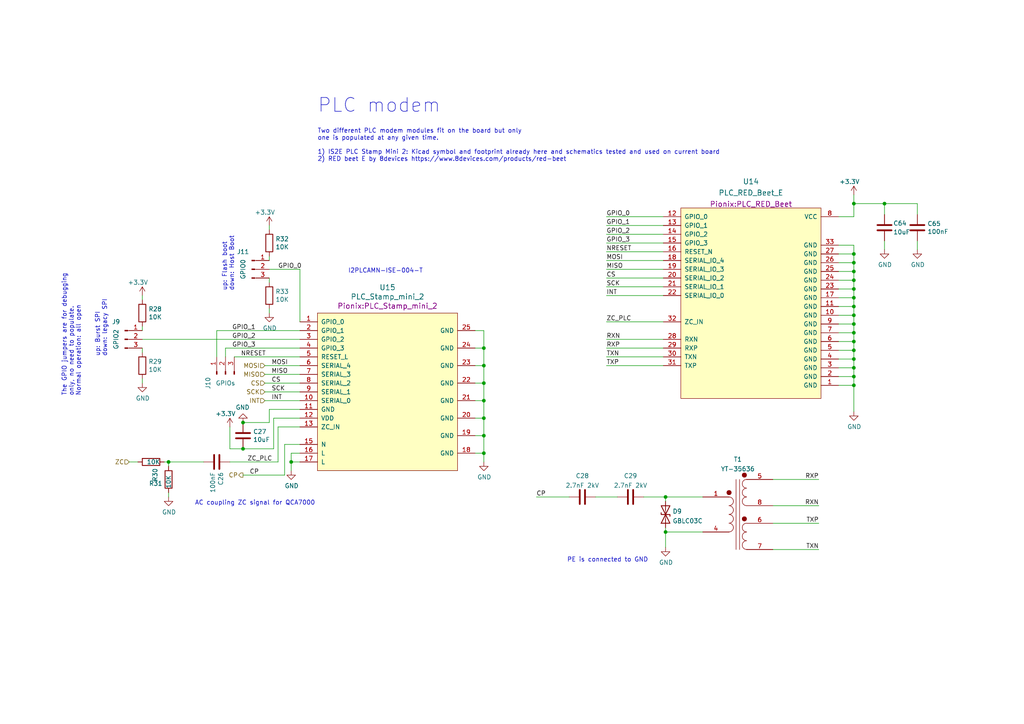
<source format=kicad_sch>
(kicad_sch (version 20211123) (generator eeschema)
  (paper "A4")
  (title_block (title "Yak") (date "2022-02-01") (rev "2") (company "Pionix GmbH") (comment 1 "Cornelius Claussen"))
  (lib_symbols
    (symbol "Connector:Conn_01x03_Male" (pin_names (offset 1.016) hide)
      (property "Reference" "J" (at 0 5.08 0))
      (property "Value" "Conn_01x03_Male" (at 0 -5.08 0))
      (symbol "Conn_01x03_Male_1_1"
        (polyline (pts (xy 1.27 -2.54) (xy 0.8636 -2.54)) (stroke (width 0.1524)))
        (polyline (pts (xy 1.27 0) (xy 0.8636 0)) (stroke (width 0.1524)))
        (polyline (pts (xy 1.27 2.54) (xy 0.8636 2.54)) (stroke (width 0.1524)))
        (rectangle (start 0.8636 -2.413) (end 0 -2.667) (stroke (width 0.1524)) (fill (type outline)))
        (rectangle (start 0.8636 0.127) (end 0 -0.127) (stroke (width 0.1524)) (fill (type outline)))
        (rectangle (start 0.8636 2.667) (end 0 2.413) (stroke (width 0.1524)) (fill (type outline)))
        (pin passive line (at 5.08 2.54 180) (length 3.81) (name "Pin_1") (number "1"))
        (pin passive line (at 5.08 0 180) (length 3.81) (name "Pin_2") (number "2"))
        (pin passive line (at 5.08 -2.54 180) (length 3.81) (name "Pin_3") (number "3"))
      )
    )
    (symbol "Device:C" (pin_numbers hide) (pin_names (offset 0.254))
      (property "Reference" "C" (at 0.635 2.54 0))
      (property "Value" "C" (at 0.635 -2.54 0))
      (symbol "C_0_1"
        (polyline (pts (xy -2.032 -0.762) (xy 2.032 -0.762)) (stroke (width 0.508)))
        (polyline (pts (xy -2.032 0.762) (xy 2.032 0.762)) (stroke (width 0.508)))
      )
      (symbol "C_1_1"
        (pin passive line (at 0 3.81 270) (length 2.794) (name "~") (number "1"))
        (pin passive line (at 0 -3.81 90) (length 2.794) (name "~") (number "2"))
      )
    )
    (symbol "Device:D_TVS" (pin_numbers hide) (pin_names (offset 1.016) hide)
      (property "Reference" "D" (at 0 2.54 0))
      (property "Value" "D_TVS" (at 0 -2.54 0))
      (symbol "D_TVS_0_1"
        (polyline (pts (xy 1.27 0) (xy -1.27 0)))
        (polyline (pts (xy 0.508 1.27) (xy 0 1.27) (xy 0 -1.27) (xy -0.508 -1.27)) (stroke (width 0.254)))
        (polyline (pts (xy -2.54 1.27) (xy -2.54 -1.27) (xy 2.54 1.27) (xy 2.54 -1.27) (xy -2.54 1.27)) (stroke (width 0.254)))
      )
      (symbol "D_TVS_1_1"
        (pin passive line (at -3.81 0 0) (length 2.54) (name "A1") (number "1"))
        (pin passive line (at 3.81 0 180) (length 2.54) (name "A2") (number "2"))
      )
    )
    (symbol "Device:R" (pin_numbers hide) (pin_names (offset 0))
      (property "Reference" "R" (at 2.032 0 90))
      (property "Value" "R" (at 0 0 90))
      (symbol "R_0_1"
        (rectangle (start -1.016 -2.54) (end 1.016 2.54) (stroke (width 0.254)))
      )
      (symbol "R_1_1"
        (pin passive line (at 0 3.81 270) (length 1.27) (name "~") (number "1"))
        (pin passive line (at 0 -3.81 90) (length 1.27) (name "~") (number "2"))
      )
    )
    (symbol "Pionix:PLC_RED_Beet_E" (pin_names (offset 1.016))
      (property "Reference" "U?" (at -17.78 24.765 0))
      (property "Value" "PLC_RED_Beet_E" (at 10.795 24.765 0))
      (property "Footprint" "Pionix:PLC_RED_Beet" (at 0 24.9174 0))
      (symbol "PLC_RED_Beet_E_0_1"
        (rectangle (start -20.32 22.86) (end 20.32 -32.385) (fill (type background)))
      )
      (symbol "PLC_RED_Beet_E_1_1"
        (pin power_in line (at 25.4 -28.575 180) (length 5.08) (name "GND") (number "1"))
        (pin power_in line (at 25.4 -8.255 180) (length 5.08) (name "GND") (number "10"))
        (pin power_in line (at 25.4 -5.715 180) (length 5.08) (name "GND") (number "11"))
        (pin bidirectional line (at -25.4 20.32 0) (length 5.08) (name "GPIO_0") (number "12"))
        (pin bidirectional line (at -25.4 17.78 0) (length 5.08) (name "GPIO_1") (number "13"))
        (pin bidirectional line (at -25.4 15.24 0) (length 5.08) (name "GPIO_2") (number "14"))
        (pin bidirectional line (at -25.4 12.7 0) (length 5.08) (name "GPIO_3") (number "15"))
        (pin input line (at -25.4 10.16 0) (length 5.08) (name "RESET_N") (number "16"))
        (pin power_in line (at 25.4 -3.175 180) (length 5.08) (name "GND") (number "17"))
        (pin bidirectional line (at -25.4 7.62 0) (length 5.08) (name "SERIAL_IO_4") (number "18"))
        (pin bidirectional line (at -25.4 5.08 0) (length 5.08) (name "SERIAL_IO_3") (number "19"))
        (pin power_in line (at 25.4 -26.035 180) (length 5.08) (name "GND") (number "2"))
        (pin bidirectional line (at -25.4 2.54 0) (length 5.08) (name "SERIAL_IO_2") (number "20"))
        (pin bidirectional line (at -25.4 0 0) (length 5.08) (name "SERIAL_IO_1") (number "21"))
        (pin bidirectional line (at -25.4 -2.54 0) (length 5.08) (name "SERIAL_IO_0") (number "22"))
        (pin power_in line (at 25.4 -0.635 180) (length 5.08) (name "GND") (number "23"))
        (pin power_in line (at 25.4 1.905 180) (length 5.08) (name "GND") (number "24"))
        (pin power_in line (at 25.4 4.445 180) (length 5.08) (name "GND") (number "25"))
        (pin power_in line (at 25.4 6.985 180) (length 5.08) (name "GND") (number "26"))
        (pin power_in line (at 25.4 9.525 180) (length 5.08) (name "GND") (number "27"))
        (pin input line (at -25.4 -15.24 0) (length 5.08) (name "RXN") (number "28"))
        (pin input line (at -25.4 -17.78 0) (length 5.08) (name "RXP") (number "29"))
        (pin power_in line (at 25.4 -23.495 180) (length 5.08) (name "GND") (number "3"))
        (pin input line (at -25.4 -20.32 0) (length 5.08) (name "TXN") (number "30"))
        (pin input line (at -25.4 -22.86 0) (length 5.08) (name "TXP") (number "31"))
        (pin input line (at -25.4 -10.16 0) (length 5.08) (name "ZC_IN") (number "32"))
        (pin power_in line (at 25.4 12.065 180) (length 5.08) (name "GND") (number "33"))
        (pin power_in line (at 25.4 -20.955 180) (length 5.08) (name "GND") (number "4"))
        (pin power_in line (at 25.4 -18.415 180) (length 5.08) (name "GND") (number "5"))
        (pin power_in line (at 25.4 -15.875 180) (length 5.08) (name "GND") (number "6"))
        (pin power_in line (at 25.4 -13.335 180) (length 5.08) (name "GND") (number "7"))
        (pin power_in line (at 25.4 20.32 180) (length 5.08) (name "VCC") (number "8"))
        (pin power_in line (at 25.4 -10.795 180) (length 5.08) (name "GND") (number "9"))
      )
    )
    (symbol "Pionix:YT-35636" (pin_names (offset 1.016) hide)
      (property "Reference" "T" (at 0 12.7 0))
      (property "Value" "YT-35636" (at 0 -12.7 0))
      (symbol "YT-35636_0_1"
        (arc (start -2.54 -5.0546) (mid -1.6561 -4.6863) (end -1.27 -3.81))
        (arc (start -2.54 -2.5146) (mid -1.6561 -2.1463) (end -1.27 -1.27))
        (arc (start -2.54 0.0254) (mid -1.6561 0.3937) (end -1.27 1.27))
        (arc (start -2.54 2.5654) (mid -1.6561 2.9337) (end -1.27 3.81))
        (circle (center -2.54 6.35) (radius 0.635) (stroke (width 0.1524)) (fill (type outline)))
        (arc (start -1.27 -3.81) (mid -1.642 -2.912) (end -2.54 -2.54))
        (arc (start -1.27 -1.27) (mid -1.642 -0.372) (end -2.54 0))
        (arc (start -1.27 1.27) (mid -1.642 2.168) (end -2.54 2.54))
        (arc (start -1.27 3.81) (mid -1.642 4.708) (end -2.54 5.08))
        (polyline (pts (xy -0.508 -10.16) (xy -0.508 10.16)))
        (polyline (pts (xy 0.508 10.16) (xy 0.508 -10.16)))
        (arc (start 1.2954 -8.89) (mid 1.6599 -9.7701) (end 2.54 -10.1346))
        (arc (start 1.2954 -6.35) (mid 1.6599 -7.2301) (end 2.54 -7.5946))
        (arc (start 1.2954 -3.81) (mid 1.6599 -4.6901) (end 2.54 -5.0546))
        (arc (start 1.2954 3.81) (mid 1.6599 2.9299) (end 2.54 2.5654))
        (arc (start 1.2954 6.35) (mid 1.6599 5.4699) (end 2.54 5.1054))
        (arc (start 1.2954 8.89) (mid 1.6599 8.0099) (end 2.54 7.6454))
        (circle (center 1.905 -1.27) (radius 0.635) (stroke (width 0.1524)) (fill (type outline)))
        (circle (center 1.905 11.43) (radius 0.635) (stroke (width 0.1524)) (fill (type outline)))
        (arc (start 2.54 -7.62) (mid 1.6456 -7.9883) (end 1.2954 -8.89))
        (arc (start 2.54 -5.08) (mid 1.6456 -5.4483) (end 1.2954 -6.35))
        (arc (start 2.54 -2.54) (mid 1.6456 -2.9083) (end 1.2954 -3.81))
        (arc (start 2.54 5.08) (mid 1.6456 4.7117) (end 1.2954 3.81))
        (arc (start 2.54 7.62) (mid 1.6456 7.2517) (end 1.2954 6.35))
        (arc (start 2.54 10.16) (mid 1.6456 9.7917) (end 1.2954 8.89))
      )
      (symbol "YT-35636_1_1"
        (pin passive line (at -10.16 5.08 0) (length 7.62) (name "AA") (number "1"))
        (pin passive line (at -10.16 -5.08 0) (length 7.62) (name "AB") (number "4"))
        (pin passive line (at 10.16 10.16 180) (length 7.62) (name "SA") (number "5"))
        (pin passive line (at 10.16 -2.54 180) (length 7.62) (name "SC") (number "6"))
        (pin passive line (at 10.16 -10.16 180) (length 7.62) (name "SD") (number "7"))
        (pin passive line (at 10.16 2.54 180) (length 7.62) (name "SB") (number "8"))
      )
    )
    (symbol "ev-devboard:PLC_Stamp_mini_2" (pin_names (offset 1.016))
      (property "Reference" "U" (at 0 25.4 0))
      (property "Value" "PLC_Stamp_mini_2" (at 0 -25.4 0))
      (property "Footprint" "ev-devboard:PLC_Stamp_mini_2" (at -0.635 -30.48 0))
      (property "MPN" "I2PLCAMN-ISE-004-T " (at 0.635 -27.94 0))
      (symbol "PLC_Stamp_mini_2_0_1"
        (rectangle (start -20.32 22.86) (end 20.32 -22.86) (fill (type background)))
      )
      (symbol "PLC_Stamp_mini_2_1_1"
        (pin bidirectional line (at -25.4 20.32 0) (length 5.08) (name "GPIO_0") (number "1"))
        (pin bidirectional line (at -25.4 -2.54 0) (length 5.08) (name "SERIAL_0") (number "10"))
        (pin power_in line (at -25.4 -5.08 0) (length 5.08) (name "GND") (number "11"))
        (pin power_in line (at -25.4 -7.62 0) (length 5.08) (name "VDD") (number "12"))
        (pin input line (at -25.4 -10.16 0) (length 5.08) (name "ZC_IN") (number "13"))
        (pin passive line (at -25.4 -15.24 0) (length 5.08) (name "N") (number "15"))
        (pin passive line (at -25.4 -17.78 0) (length 5.08) (name "L") (number "16"))
        (pin passive line (at -25.4 -20.32 0) (length 5.08) (name "L") (number "17"))
        (pin power_in line (at 25.4 -17.78 180) (length 5.08) (name "GND") (number "18"))
        (pin power_in line (at 25.4 -12.7 180) (length 5.08) (name "GND") (number "19"))
        (pin bidirectional line (at -25.4 17.78 0) (length 5.08) (name "GPIO_1") (number "2"))
        (pin power_in line (at 25.4 -7.62 180) (length 5.08) (name "GND") (number "20"))
        (pin power_in line (at 25.4 -2.54 180) (length 5.08) (name "GND") (number "21"))
        (pin power_in line (at 25.4 2.54 180) (length 5.08) (name "GND") (number "22"))
        (pin power_in line (at 25.4 7.62 180) (length 5.08) (name "GND") (number "23"))
        (pin power_in line (at 25.4 12.7 180) (length 5.08) (name "GND") (number "24"))
        (pin power_in line (at 25.4 17.78 180) (length 5.08) (name "GND") (number "25"))
        (pin bidirectional line (at -25.4 15.24 0) (length 5.08) (name "GPIO_2") (number "3"))
        (pin bidirectional line (at -25.4 12.7 0) (length 5.08) (name "GPIO_3") (number "4"))
        (pin input line (at -25.4 10.16 0) (length 5.08) (name "RESET_L") (number "5"))
        (pin bidirectional line (at -25.4 7.62 0) (length 5.08) (name "SERIAL_4") (number "6"))
        (pin bidirectional line (at -25.4 5.08 0) (length 5.08) (name "SERIAL_3") (number "7"))
        (pin bidirectional line (at -25.4 2.54 0) (length 5.08) (name "SERIAL_2") (number "8"))
        (pin bidirectional line (at -25.4 0 0) (length 5.08) (name "SERIAL_1") (number "9"))
      )
    )
    (symbol "power:+3.3V" (power) (pin_names (offset 0))
      (property "Value" "+3.3V" (at 0 3.556 0))
      (symbol "+3.3V_0_1"
        (polyline (pts (xy -0.762 1.27) (xy 0 2.54)))
        (polyline (pts (xy 0 0) (xy 0 2.54)))
        (polyline (pts (xy 0 2.54) (xy 0.762 1.27)))
      )
      (symbol "+3.3V_1_1"
        (pin power_in line (at 0 0 90) (length 0) hide (name "+3.3V") (number "1"))
      )
    )
    (symbol "power:GND" (power) (pin_names (offset 0))
      (property "Value" "GND" (at 0 -3.81 0))
      (symbol "GND_0_1"
        (polyline (pts (xy 0 0) (xy 0 -1.27) (xy 1.27 -1.27) (xy 0 -2.54) (xy -1.27 -1.27) (xy 0 -1.27)))
      )
      (symbol "GND_1_1"
        (pin power_in line (at 0 0 270) (length 0) hide (name "GND") (number "1"))
      )
    )
  )
  (junction (at 247.65 73.66))
  (junction (at 140.335 106.045))
  (junction (at 247.65 81.28))
  (junction (at 247.65 109.22))
  (junction (at 193.04 144.145))
  (junction (at 247.65 86.36))
  (junction (at 247.65 106.68))
  (junction (at 247.65 111.76))
  (junction (at 247.65 83.82))
  (junction (at 193.04 154.305))
  (junction (at 247.65 101.6))
  (junction (at 70.485 130.175))
  (junction (at 140.335 116.205))
  (junction (at 247.65 91.44))
  (junction (at 140.335 100.965))
  (junction (at 247.65 88.9))
  (junction (at 70.485 122.555))
  (junction (at 84.455 133.985))
  (junction (at 247.65 76.2))
  (junction (at 140.335 121.285))
  (junction (at 247.65 104.14))
  (junction (at 247.65 99.06))
  (junction (at 256.54 59.055))
  (junction (at 140.335 126.365))
  (junction (at 48.895 133.985))
  (junction (at 140.335 131.445))
  (junction (at 247.65 96.52))
  (junction (at 140.335 111.125))
  (junction (at 247.65 93.98))
  (junction (at 247.65 59.055))
  (junction (at 247.65 78.74))
  (wire (pts (xy 66.675 130.175) (xy 66.675 123.825)))
  (wire (pts (xy 243.205 76.2) (xy 247.65 76.2)))
  (wire (pts (xy 175.895 93.345) (xy 192.405 93.345)))
  (wire (pts (xy 41.275 94.615) (xy 41.275 95.885)))
  (wire (pts (xy 137.795 106.045) (xy 140.335 106.045)))
  (wire (pts (xy 175.895 73.025) (xy 192.405 73.025)))
  (wire (pts (xy 140.335 100.965) (xy 140.335 106.045)))
  (wire (pts (xy 175.895 100.965) (xy 192.405 100.965)))
  (wire (pts (xy 243.205 101.6) (xy 247.65 101.6)))
  (wire (pts (xy 243.205 106.68) (xy 247.65 106.68)))
  (wire (pts (xy 140.335 111.125) (xy 140.335 116.205)))
  (wire (pts (xy 175.895 67.945) (xy 192.405 67.945)))
  (wire (pts (xy 247.65 111.76) (xy 247.65 109.22)))
  (wire (pts (xy 247.65 119.38) (xy 247.65 111.76)))
  (wire (pts (xy 247.65 104.14) (xy 247.65 101.6)))
  (wire (pts (xy 247.65 101.6) (xy 247.65 99.06)))
  (wire (pts (xy 247.65 99.06) (xy 247.65 96.52)))
  (wire (pts (xy 247.65 96.52) (xy 247.65 93.98)))
  (wire (pts (xy 247.65 106.68) (xy 247.65 104.14)))
  (wire (pts (xy 247.65 109.22) (xy 247.65 106.68)))
  (wire (pts (xy 247.65 93.98) (xy 247.65 91.44)))
  (wire (pts (xy 247.65 91.44) (xy 247.65 88.9)))
  (wire (pts (xy 247.65 71.12) (xy 243.205 71.12)))
  (wire (pts (xy 247.65 73.66) (xy 247.65 71.12)))
  (wire (pts (xy 247.65 81.28) (xy 247.65 78.74)))
  (wire (pts (xy 247.65 83.82) (xy 247.65 81.28)))
  (wire (pts (xy 247.65 76.2) (xy 247.65 73.66)))
  (wire (pts (xy 247.65 78.74) (xy 247.65 76.2)))
  (wire (pts (xy 247.65 86.36) (xy 247.65 83.82)))
  (wire (pts (xy 247.65 88.9) (xy 247.65 86.36)))
  (wire (pts (xy 76.835 111.125) (xy 86.995 111.125)))
  (wire (pts (xy 243.205 78.74) (xy 247.65 78.74)))
  (wire (pts (xy 137.795 100.965) (xy 140.335 100.965)))
  (wire (pts (xy 76.835 116.205) (xy 86.995 116.205)))
  (wire (pts (xy 48.895 142.875) (xy 48.895 144.145)))
  (wire (pts (xy 175.895 62.865) (xy 192.405 62.865)))
  (wire (pts (xy 78.105 78.105) (xy 86.995 78.105)))
  (wire (pts (xy 48.895 133.985) (xy 48.895 135.255)))
  (wire (pts (xy 193.04 144.145) (xy 203.835 144.145)))
  (wire (pts (xy 193.04 145.415) (xy 193.04 144.145)))
  (wire (pts (xy 86.995 108.585) (xy 76.835 108.585)))
  (wire (pts (xy 70.485 130.175) (xy 66.675 130.175)))
  (wire (pts (xy 78.105 122.555) (xy 78.105 118.745)))
  (wire (pts (xy 41.275 111.125) (xy 41.275 109.855)))
  (wire (pts (xy 247.65 59.055) (xy 247.65 62.865)))
  (wire (pts (xy 247.65 62.865) (xy 243.205 62.865)))
  (wire (pts (xy 247.65 56.515) (xy 247.65 59.055)))
  (wire (pts (xy 243.205 88.9) (xy 247.65 88.9)))
  (wire (pts (xy 140.335 131.445) (xy 140.335 133.985)))
  (wire (pts (xy 78.105 74.295) (xy 78.105 75.565)))
  (wire (pts (xy 266.065 59.055) (xy 256.54 59.055)))
  (wire (pts (xy 266.065 62.23) (xy 266.065 59.055)))
  (wire (pts (xy 86.995 121.285) (xy 79.375 121.285)))
  (wire (pts (xy 79.375 121.285) (xy 79.375 130.175)))
  (wire (pts (xy 224.155 139.065) (xy 237.49 139.065)))
  (wire (pts (xy 224.155 146.685) (xy 237.49 146.685)))
  (wire (pts (xy 78.105 118.745) (xy 86.995 118.745)))
  (wire (pts (xy 86.995 113.665) (xy 76.835 113.665)))
  (wire (pts (xy 243.205 81.28) (xy 247.65 81.28)))
  (wire (pts (xy 175.895 65.405) (xy 192.405 65.405)))
  (wire (pts (xy 243.205 91.44) (xy 247.65 91.44)))
  (wire (pts (xy 155.575 144.145) (xy 165.1 144.145)))
  (wire (pts (xy 140.335 116.205) (xy 140.335 121.285)))
  (wire (pts (xy 137.795 131.445) (xy 140.335 131.445)))
  (wire (pts (xy 86.995 133.985) (xy 84.455 133.985)))
  (wire (pts (xy 243.205 99.06) (xy 247.65 99.06)))
  (wire (pts (xy 175.895 80.645) (xy 192.405 80.645)))
  (wire (pts (xy 86.995 103.505) (xy 67.945 103.505)))
  (wire (pts (xy 48.895 133.985) (xy 59.055 133.985)))
  (wire (pts (xy 243.205 109.22) (xy 247.65 109.22)))
  (wire (pts (xy 70.485 130.175) (xy 79.375 130.175)))
  (wire (pts (xy 193.04 154.305) (xy 193.04 158.75)))
  (wire (pts (xy 243.205 104.14) (xy 247.65 104.14)))
  (wire (pts (xy 137.795 95.885) (xy 140.335 95.885)))
  (wire (pts (xy 41.275 100.965) (xy 41.275 102.235)))
  (wire (pts (xy 140.335 95.885) (xy 140.335 100.965)))
  (wire (pts (xy 78.105 66.675) (xy 78.105 65.405)))
  (wire (pts (xy 86.995 123.825) (xy 80.645 123.825)))
  (wire (pts (xy 243.205 86.36) (xy 247.65 86.36)))
  (wire (pts (xy 65.405 100.965) (xy 65.405 103.505)))
  (wire (pts (xy 62.865 95.885) (xy 62.865 103.505)))
  (wire (pts (xy 137.795 111.125) (xy 140.335 111.125)))
  (wire (pts (xy 175.895 78.105) (xy 192.405 78.105)))
  (wire (pts (xy 76.835 106.045) (xy 86.995 106.045)))
  (wire (pts (xy 243.205 96.52) (xy 247.65 96.52)))
  (wire (pts (xy 243.205 83.82) (xy 247.65 83.82)))
  (wire (pts (xy 175.895 98.425) (xy 192.405 98.425)))
  (wire (pts (xy 86.995 100.965) (xy 65.405 100.965)))
  (wire (pts (xy 40.005 133.985) (xy 37.465 133.985)))
  (wire (pts (xy 203.835 154.305) (xy 193.04 154.305)))
  (wire (pts (xy 193.04 154.305) (xy 193.04 153.035)))
  (wire (pts (xy 224.155 159.385) (xy 237.49 159.385)))
  (wire (pts (xy 172.72 144.145) (xy 179.07 144.145)))
  (wire (pts (xy 266.065 69.85) (xy 266.065 72.39)))
  (wire (pts (xy 175.895 75.565) (xy 192.405 75.565)))
  (wire (pts (xy 78.105 90.805) (xy 78.105 89.535)))
  (wire (pts (xy 140.335 126.365) (xy 137.795 126.365)))
  (wire (pts (xy 78.105 80.645) (xy 78.105 81.915)))
  (wire (pts (xy 86.995 95.885) (xy 62.865 95.885)))
  (wire (pts (xy 80.645 133.985) (xy 66.675 133.985)))
  (wire (pts (xy 175.895 106.045) (xy 192.405 106.045)))
  (wire (pts (xy 70.485 122.555) (xy 78.105 122.555)))
  (wire (pts (xy 41.275 98.425) (xy 86.995 98.425)))
  (wire (pts (xy 140.335 121.285) (xy 140.335 126.365)))
  (wire (pts (xy 70.485 137.795) (xy 82.55 137.795)))
  (wire (pts (xy 82.55 128.905) (xy 82.55 137.795)))
  (wire (pts (xy 137.795 121.285) (xy 140.335 121.285)))
  (wire (pts (xy 47.625 133.985) (xy 48.895 133.985)))
  (wire (pts (xy 137.795 116.205) (xy 140.335 116.205)))
  (wire (pts (xy 86.995 78.105) (xy 86.995 93.345)))
  (wire (pts (xy 224.155 151.765) (xy 237.49 151.765)))
  (wire (pts (xy 243.205 73.66) (xy 247.65 73.66)))
  (wire (pts (xy 186.69 144.145) (xy 193.04 144.145)))
  (wire (pts (xy 243.205 93.98) (xy 247.65 93.98)))
  (wire (pts (xy 140.335 106.045) (xy 140.335 111.125)))
  (wire (pts (xy 140.335 126.365) (xy 140.335 131.445)))
  (wire (pts (xy 175.895 85.725) (xy 192.405 85.725)))
  (wire (pts (xy 256.54 69.85) (xy 256.54 72.39)))
  (wire (pts (xy 175.895 70.485) (xy 192.405 70.485)))
  (wire (pts (xy 84.455 133.985) (xy 84.455 136.525)))
  (wire (pts (xy 80.645 123.825) (xy 80.645 133.985)))
  (wire (pts (xy 256.54 59.055) (xy 247.65 59.055)))
  (wire (pts (xy 256.54 62.23) (xy 256.54 59.055)))
  (wire (pts (xy 175.895 83.185) (xy 192.405 83.185)))
  (wire (pts (xy 243.205 111.76) (xy 247.65 111.76)))
  (wire (pts (xy 86.995 131.445) (xy 84.455 131.445)))
  (wire (pts (xy 82.55 128.905) (xy 86.995 128.905)))
  (wire (pts (xy 84.455 131.445) (xy 84.455 133.985)))
  (wire (pts (xy 41.275 86.995) (xy 41.275 85.725)))
  (wire (pts (xy 175.895 103.505) (xy 192.405 103.505)))
  (text "The GPIO jumpers are for debugging \nonly, no need to populate.\nNormal operation: all open" (at 23.495 114.935 90) (effects (font (size 1.27 1.27)) (justify left bottom)))
  (text "PE is connected to GND" (at 164.465 163.195 0) (effects (font (size 1.27 1.27)) (justify left bottom)))
  (text "up: Flash boot\ndown: Host Boot\n" (at 67.945 84.455 90) (effects (font (size 1.27 1.27)) (justify left bottom)))
  (text "PLC modem" (at 92.075 33.02 0) (effects (font (size 4 4)) (justify left bottom)))
  (text "up: Burst SPI\ndown: legacy SPI\n" (at 31.115 103.505 90) (effects (font (size 1.27 1.27)) (justify left bottom)))
  (text "I2PLCAMN-ISE-004-T " (at 100.965 79.375 0) (effects (font (size 1.27 1.27)) (justify left bottom)))
  (text "AC coupling ZC signal for QCA7000" (at 56.515 146.685 0) (effects (font (size 1.27 1.27)) (justify left bottom)))
  (text "Two different PLC modem modules fit on the board but only \none is populated at any given time.\n\n1) IS2E PLC Stamp Mini 2: Kicad symbol and footprint already here and schematics tested and used on current board\n2) RED beet E by 8devices https://www.8devices.com/products/red-beet" (at 92.075 46.99 0) (effects (font (size 1.27 1.27)) (justify left bottom)))
  (label "CP" (at 72.39 137.795 0))
  (label "SCK" (at 175.895 83.185 0))
  (label "NRESET" (at 175.895 73.025 0))
  (label "ZC_PLC" (at 175.895 93.345 0))
  (label "TXN" (at 175.895 103.505 0))
  (label "RXP" (at 175.895 100.965 0))
  (label "RXN" (at 237.49 146.685 180))
  (label "GPIO_1" (at 175.895 65.405 0))
  (label "INT" (at 175.895 85.725 0))
  (label "GPIO_0" (at 80.645 78.105 0))
  (label "GPIO_1" (at 67.31 95.885 0))
  (label "MISO" (at 175.895 78.105 0))
  (label "TXP" (at 175.895 106.045 0))
  (label "MISO" (at 78.7095 108.585 0))
  (label "GPIO_2" (at 175.895 67.945 0))
  (label "RXN" (at 175.895 98.425 0))
  (label "GPIO_0" (at 175.895 62.865 0))
  (label "GPIO_3" (at 67.31 100.965 0))
  (label "CP" (at 155.575 144.145 0))
  (label "NRESET" (at 69.85 103.505 0))
  (label "TXP" (at 237.49 151.765 180))
  (label "TXN" (at 237.49 159.385 180))
  (label "CS" (at 78.74 111.125 0))
  (label "MOSI" (at 175.895 75.565 0))
  (label "RXP" (at 237.49 139.065 180))
  (label "GPIO_3" (at 175.895 70.485 0))
  (label "GPIO_2" (at 67.31 98.425 0))
  (label "CS" (at 175.895 80.645 0))
  (label "ZC_PLC" (at 71.755 133.985 0))
  (label "SCK" (at 78.74 113.665 0))
  (label "INT" (at 78.74 116.205 0))
  (label "MOSI" (at 78.74 106.045 0))
  (hierarchical_label "CP" (shape output) (at 70.485 137.795 180))
  (hierarchical_label "ZC" (shape input) (at 37.465 133.985 180))
  (hierarchical_label "CS" (shape input) (at 76.835 111.125 180))
  (hierarchical_label "MOSI" (shape input) (at 76.835 106.045 180))
  (hierarchical_label "MISO" (shape input) (at 76.835 108.585 180))
  (hierarchical_label "SCK" (shape input) (at 76.835 113.665 180))
  (hierarchical_label "INT" (shape input) (at 76.835 116.205 180))
  (symbol (lib_id "power:GND") (at 140.335 133.985 0) (unit 1)
    (property "Reference" "#PWR088" (effects hide))
    (property "Value" "GND" (at 140.462 138.3792 0))
  )
  (symbol (lib_id "power:GND") (at 84.455 136.525 0) (unit 1)
    (property "Reference" "#PWR087" (effects hide))
    (property "Value" "GND" (at 84.582 140.9192 0))
  )
  (symbol (lib_id "power:GND") (at 70.485 122.555 180) (unit 1)
    (property "Reference" "#PWR084" (effects hide))
    (property "Value" "GND" (at 70.358 118.1608 0))
  )
  (symbol (lib_id "power:+3.3V") (at 66.675 123.825 0) (unit 1)
    (property "Reference" "#PWR083" (effects hide))
    (property "Value" "+3.3V" (at 65.405 120.015 0))
  )
  (symbol (lib_id "Device:C") (at 70.485 126.365 0) (unit 1)
    (property "Reference" "C27" (at 73.406 125.1966 0) (effects (justify left)))
    (property "Value" "10uF" (at 73.406 127.508 0) (effects (justify left)))
    (property "Footprint" "Capacitor_SMD:C_0805_2012Metric" (effects hide))
    (property "Field4" "Digikey" (effects hide))
    (property "Field5" "587-3319-1-ND" (effects hide))
    (property "Field6" "EMK212BB7106MG-T" (effects hide))
    (property "Field7" "Taiyo Yuden" (effects hide))
    (property "STANDARD" "10uF 10% 16V Ceramic Capacitor X7R 0805 (2012 Metric)" (effects hide))
  )
  (symbol (lib_id "Connector:Conn_01x03_Male") (at 36.195 98.425 0) (unit 1)
    (property "Reference" "J9" (at 33.655 93.345 0))
    (property "Value" "GPIO2" (at 33.655 98.425 90))
    (property "Footprint" "Connector_PinHeader_1.27mm:PinHeader_1x03_P1.27mm_Vertical" (effects hide))
    (property "Field4" "Farnell" (effects hide))
    (property "Field5" "3226046" (effects hide))
    (property "Field6" "M50-3530342" (effects hide))
    (property "Field7" "Harwin" (effects hide))
    (property "Part Description" "Pin Header, Board-to-Board, 1.27 mm, 1 Rows, 3 Contacts, Through Hole, Archer M50-353" (effects hide))
  )
  (symbol (lib_id "Device:R") (at 78.105 70.485 180) (unit 1)
    (property "Reference" "R32" (at 79.883 69.3166 0) (effects (justify right)))
    (property "Value" "10K" (at 79.883 71.628 0) (effects (justify right)))
    (property "Footprint" "Resistor_SMD:R_0603_1608Metric" (effects hide))
    (property "Field4" "Farnell" (effects hide))
    (property "Field5" "3495224RL" (effects hide))
    (property "Field6" "AC0603FR-0710KL" (effects hide))
    (property "Field7" "Yageo" (effects hide))
    (property "STANDARD" "Resistor 10K 50V 0603 M1608 1% 100mW" (effects hide))
  )
  (symbol (lib_id "Device:R") (at 78.105 85.725 180) (unit 1)
    (property "Reference" "R33" (at 79.883 84.5566 0) (effects (justify right)))
    (property "Value" "10K" (at 79.883 86.868 0) (effects (justify right)))
    (property "Footprint" "Resistor_SMD:R_0603_1608Metric" (effects hide))
    (property "Field4" "Farnell" (effects hide))
    (property "Field5" "3495224RL" (effects hide))
    (property "Field6" "AC0603FR-0710KL" (effects hide))
    (property "Field7" "Yageo" (effects hide))
    (property "STANDARD" "Resistor 10K 50V 0603 M1608 1% 100mW" (effects hide))
  )
  (symbol (lib_id "power:+3.3V") (at 78.105 65.405 0) (unit 1)
    (property "Reference" "#PWR085" (effects hide))
    (property "Value" "+3.3V" (at 76.835 61.595 0))
  )
  (symbol (lib_id "power:GND") (at 78.105 90.805 0) (unit 1)
    (property "Reference" "#PWR086" (effects hide))
    (property "Value" "GND" (at 78.232 95.1992 0))
  )
  (symbol (lib_id "Connector:Conn_01x03_Male") (at 73.025 78.105 0) (unit 1)
    (property "Reference" "J11" (at 70.485 73.025 0))
    (property "Value" "GPIO0" (at 70.485 78.105 90))
    (property "Footprint" "Connector_PinHeader_1.27mm:PinHeader_1x03_P1.27mm_Vertical" (effects hide))
    (property "Field4" "Farnell" (effects hide))
    (property "Field5" "3226046" (effects hide))
    (property "Field6" "M50-3530342" (effects hide))
    (property "Field7" "Harwin" (effects hide))
    (property "Part Description" "Pin Header, Board-to-Board, 1.27 mm, 1 Rows, 3 Contacts, Through Hole, Archer M50-353" (effects hide))
  )
  (symbol (lib_id "Connector:Conn_01x03_Male") (at 65.405 108.585 90) (unit 1)
    (property "Reference" "J10" (at 60.325 111.125 0))
    (property "Value" "GPIOs" (at 65.405 111.125 90))
    (property "Footprint" "Connector_PinHeader_1.27mm:PinHeader_1x03_P1.27mm_Vertical" (effects hide))
    (property "Field4" "Farnell" (effects hide))
    (property "Field5" "3226046" (effects hide))
    (property "Field6" "M50-3530342" (effects hide))
    (property "Field7" "Harwin" (effects hide))
    (property "Part Description" "Pin Header, Board-to-Board, 1.27 mm, 1 Rows, 3 Contacts, Through Hole, Archer M50-353" (effects hide))
  )
  (symbol (lib_id "Device:R") (at 41.275 90.805 180) (unit 1)
    (property "Reference" "R28" (at 43.053 89.6366 0) (effects (justify right)))
    (property "Value" "10K" (at 43.053 91.948 0) (effects (justify right)))
    (property "Footprint" "Resistor_SMD:R_0603_1608Metric" (effects hide))
    (property "Field4" "Farnell" (effects hide))
    (property "Field5" "3495224RL" (effects hide))
    (property "Field6" "AC0603FR-0710KL" (effects hide))
    (property "Field7" "Yageo" (effects hide))
    (property "STANDARD" "Resistor 10K 50V 0603 M1608 1% 100mW" (effects hide))
  )
  (symbol (lib_id "Device:R") (at 41.275 106.045 180) (unit 1)
    (property "Reference" "R29" (at 43.053 104.8766 0) (effects (justify right)))
    (property "Value" "10K" (at 43.053 107.188 0) (effects (justify right)))
    (property "Footprint" "Resistor_SMD:R_0603_1608Metric" (effects hide))
    (property "Field4" "Farnell" (effects hide))
    (property "Field5" "3495224RL" (effects hide))
    (property "Field6" "AC0603FR-0710KL" (effects hide))
    (property "Field7" "Yageo" (effects hide))
    (property "STANDARD" "Resistor 10K 50V 0603 M1608 1% 100mW" (effects hide))
  )
  (symbol (lib_id "power:+3.3V") (at 41.275 85.725 0) (unit 1)
    (property "Reference" "#PWR080" (effects hide))
    (property "Value" "+3.3V" (at 40.005 81.915 0))
  )
  (symbol (lib_id "power:GND") (at 41.275 111.125 0) (unit 1)
    (property "Reference" "#PWR081" (effects hide))
    (property "Value" "GND" (at 41.402 115.5192 0))
  )
  (symbol (lib_id "ev-devboard:PLC_Stamp_mini_2") (at 112.395 113.665 0) (unit 1)
    (property "Reference" "U15" (at 112.395 83.3628 0) (effects (font (size 1.524 1.524))))
    (property "Value" "PLC_Stamp_mini_2" (at 112.395 86.0552 0) (effects (font (size 1.524 1.524))))
    (property "Footprint" "Pionix:PLC_Stamp_mini_2" (at 112.395 88.7476 0) (effects (font (size 1.524 1.524))))
    (property "Part Description" "PLC Module Option 1" (effects hide))
  )
  (symbol (lib_id "Device:R") (at 43.815 133.985 90) (unit 1)
    (property "Reference" "R30" (at 44.9834 135.763 0) (effects (justify right)))
    (property "Value" "10K" (at 42.545 133.985 90) (effects (justify right)))
    (property "Footprint" "Resistor_SMD:R_0603_1608Metric" (effects hide))
    (property "Field4" "Farnell" (effects hide))
    (property "Field5" "3495224RL" (effects hide))
    (property "Field6" "AC0603FR-0710KL" (effects hide))
    (property "Field7" "Yageo" (effects hide))
    (property "STANDARD" "Resistor 10K 50V 0603 M1608 1% 100mW" (effects hide))
  )
  (symbol (lib_id "Device:R") (at 48.895 139.065 0) (unit 1)
    (property "Reference" "R31" (at 47.117 140.2334 0) (effects (justify right)))
    (property "Value" "10K" (at 48.895 137.795 90) (effects (justify right)))
    (property "Footprint" "Resistor_SMD:R_0603_1608Metric" (effects hide))
    (property "Field4" "Farnell" (effects hide))
    (property "Field5" "3495224RL" (effects hide))
    (property "Field6" "AC0603FR-0710KL" (effects hide))
    (property "Field7" "Yageo" (effects hide))
    (property "STANDARD" "Resistor 10K 50V 0603 M1608 1% 100mW" (effects hide))
  )
  (symbol (lib_id "power:GND") (at 48.895 144.145 0) (unit 1)
    (property "Reference" "#PWR082" (effects hide))
    (property "Value" "GND" (at 49.022 148.5392 0))
  )
  (symbol (lib_id "Device:C") (at 62.865 133.985 270) (unit 1)
    (property "Reference" "C26" (at 64.0334 136.906 0) (effects (justify left)))
    (property "Value" "100nF" (at 61.722 136.906 0) (effects (justify left)))
    (property "Footprint" "Capacitor_SMD:C_0603_1608Metric" (effects hide))
    (property "Field4" "Farnell" (effects hide))
    (property "Field5" "9402047RL " (effects hide))
    (property "Field6" "CC0402KRX7R7BB104" (effects hide))
    (property "Field7" "Yageo" (effects hide))
    (property "STANDARD" "100nF 10% 16V Ceramic Capacitor X7R 0402 (1005 Metric)" (effects hide))
  )
  (symbol (lib_id "Device:D_TVS") (at 193.04 149.225 90) (unit 1)
    (property "Reference" "D9" (at 195.072 148.3165 90) (effects (justify right)))
    (property "Value" "GBLC03C" (at 195.072 151.0916 90) (effects (justify right)))
    (property "Footprint" "Diode_SMD:D_SOD-323" (effects hide))
    (property "Field4" "Digikey" (effects hide))
    (property "Field5" "3372-GBLC03CTR-ND" (effects hide))
    (property "Field6" "GBLC03C" (effects hide))
    (property "Field7" "NextGen Components" (effects hide))
    (property "Part Description" "Clamp 1A (8/20µs) Ipp Tvs Diode Surface Mount SOD-323" (effects hide))
  )
  (symbol (lib_id "power:GND") (at 247.65 119.38 0) (unit 1)
    (property "Reference" "#PWR0154" (effects hide))
    (property "Value" "GND" (at 247.777 123.7742 0))
  )
  (symbol (lib_id "power:+3.3V") (at 247.65 56.515 0) (unit 1)
    (property "Reference" "#PWR0153" (effects hide))
    (property "Value" "+3.3V" (at 246.38 52.705 0))
  )
  (symbol (lib_id "power:GND") (at 193.04 158.75 0) (unit 1)
    (property "Reference" "#PWR074" (effects hide))
    (property "Value" "GND" (at 193.167 163.1442 0))
  )
  (symbol (lib_id "Pionix:YT-35636") (at 213.995 149.225 0) (unit 1)
    (property "Reference" "T1" (at 213.995 133.2442 0))
    (property "Value" "YT-35636" (at 213.995 136.0193 0))
    (property "Footprint" "Pionix:YT-35636" (effects hide))
  )
  (symbol (lib_id "Device:C") (at 256.54 66.04 0) (unit 1)
    (property "Reference" "C64" (at 259.08 64.77 0) (effects (justify left)))
    (property "Value" "10uF" (at 259.08 67.31 0) (effects (justify left)))
    (property "Footprint" "Capacitor_SMD:C_0805_2012Metric" (effects hide))
    (property "Field4" "Digikey" (effects hide))
    (property "Field5" "587-3319-1-ND" (effects hide))
    (property "Field6" "EMK212BB7106MG-T" (effects hide))
    (property "Field7" "Taiyo Yuden" (effects hide))
    (property "STANDARD" "10uF 10% 16V Ceramic Capacitor X7R 0805 (2012 Metric)" (effects hide))
  )
  (symbol (lib_id "Pionix:PLC_RED_Beet_E") (at 217.805 83.185 0) (unit 1)
    (property "Reference" "U14" (at 217.805 52.6421 0) (effects (font (size 1.524 1.524))))
    (property "Value" "PLC_RED_Beet_E" (at 217.805 55.9211 0) (effects (font (size 1.524 1.524))))
    (property "Footprint" "Pionix:PLC_RED_Beet" (at 217.805 59.2001 0) (effects (font (size 1.524 1.524))))
    (property "Part Description" "PLC Module Option 2" (effects hide))
  )
  (symbol (lib_id "Device:C") (at 266.065 66.04 0) (unit 1)
    (property "Reference" "C65" (at 268.986 64.8716 0) (effects (justify left)))
    (property "Value" "100nF" (at 268.986 67.183 0) (effects (justify left)))
    (property "Footprint" "Capacitor_SMD:C_0603_1608Metric" (effects hide))
    (property "Field4" "Farnell" (effects hide))
    (property "Field5" "9402047RL " (effects hide))
    (property "Field6" "CC0402KRX7R7BB104" (effects hide))
    (property "Field7" "Yageo" (effects hide))
    (property "STANDARD" "100nF 10% 16V Ceramic Capacitor X7R 0402 (1005 Metric)" (effects hide))
  )
  (symbol (lib_id "Device:C") (at 182.88 144.145 90) (unit 1)
    (property "Reference" "C29" (at 182.88 138.0195 90))
    (property "Value" "2.7nF 2kV" (at 182.88 140.7946 90))
    (property "Footprint" "Capacitor_SMD:C_1210_3225Metric" (effects hide))
    (property "Field4" "Farnell" (effects hide))
    (property "Field5" "1886059" (effects hide))
    (property "Field6" "202S41W272KV4E" (effects hide))
    (property "Field7" "Johanson" (effects hide))
    (property "Part Description" "SMD Multilayer Ceramic Capacitor, 2700 pF, 2 kV, 1210 [3225 Metric], ± 10%, X7R, -55 °C" (effects hide))
  )
  (symbol (lib_id "Device:C") (at 168.91 144.145 90) (unit 1)
    (property "Reference" "C28" (at 168.91 138.0195 90))
    (property "Value" "2.7nF 2kV" (at 168.91 140.7946 90))
    (property "Footprint" "Capacitor_SMD:C_1210_3225Metric" (effects hide))
    (property "Field4" "Farnell" (effects hide))
    (property "Field5" "1886059" (effects hide))
    (property "Field6" "202S41W272KV4E" (effects hide))
    (property "Field7" "Johanson" (effects hide))
    (property "Part Description" "SMD Multilayer Ceramic Capacitor, 2700 pF, 2 kV, 1210 [3225 Metric], ± 10%, X7R, -55 °C" (effects hide))
  )
  (symbol (lib_id "power:GND") (at 266.065 72.39 0) (unit 1)
    (property "Reference" "#PWR0156" (effects hide))
    (property "Value" "GND" (at 266.192 76.7842 0))
  )
  (symbol (lib_id "power:GND") (at 256.54 72.39 0) (unit 1)
    (property "Reference" "#PWR0155" (effects hide))
    (property "Value" "GND" (at 256.667 76.7842 0))
  )
)
</source>
